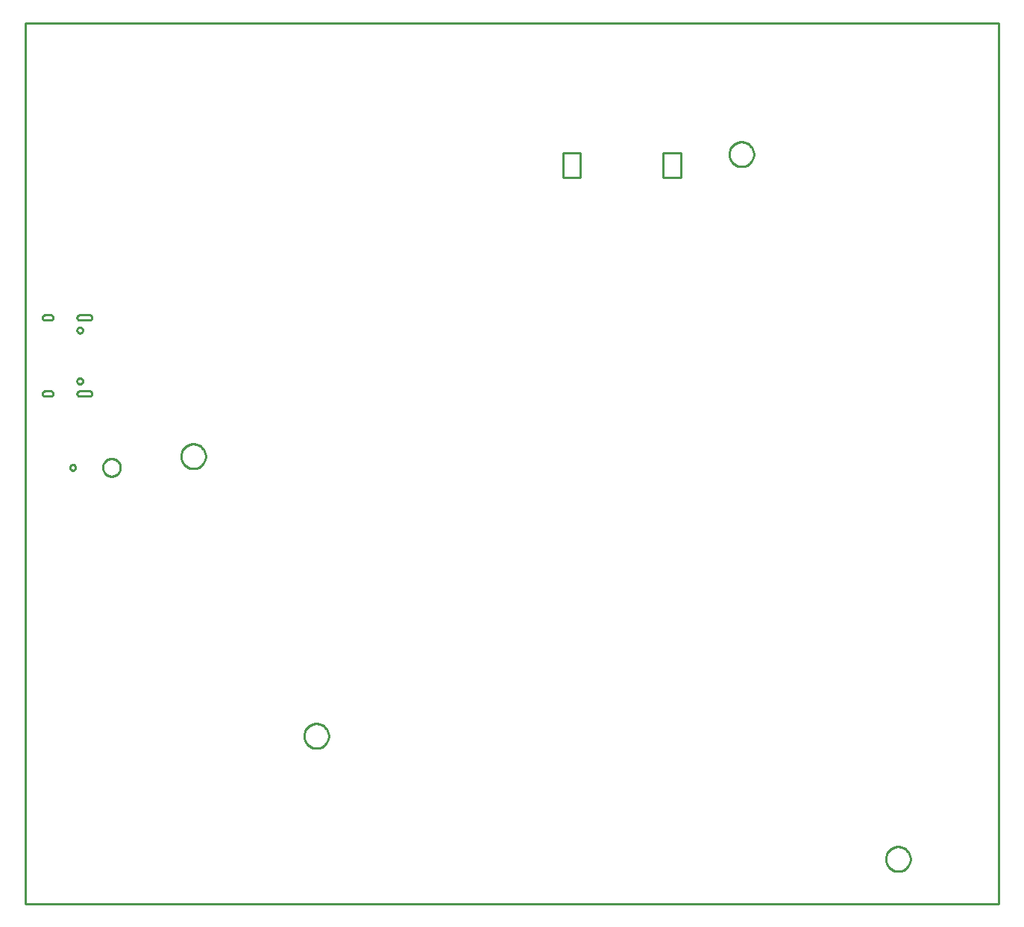
<source format=gbr>
G04 EAGLE Gerber RS-274X export*
G75*
%MOMM*%
%FSLAX34Y34*%
%LPD*%
%IN*%
%IPPOS*%
%AMOC8*
5,1,8,0,0,1.08239X$1,22.5*%
G01*
%ADD10C,0.254000*%


D10*
X0Y0D02*
X1104700Y0D01*
X1104700Y1000000D01*
X0Y1000000D01*
X0Y0D01*
X723910Y824200D02*
X743910Y824200D01*
X743910Y852200D01*
X723910Y852200D01*
X723910Y824200D01*
X609910Y824200D02*
X629910Y824200D01*
X629910Y852200D01*
X609910Y852200D01*
X609910Y824200D01*
X61550Y576100D02*
X72550Y576100D01*
X72811Y576111D01*
X73071Y576146D01*
X73326Y576202D01*
X73576Y576281D01*
X73818Y576381D01*
X74050Y576502D01*
X74271Y576643D01*
X74478Y576802D01*
X74671Y576979D01*
X74848Y577172D01*
X75007Y577379D01*
X75148Y577600D01*
X75269Y577832D01*
X75369Y578074D01*
X75448Y578324D01*
X75504Y578579D01*
X75539Y578839D01*
X75550Y579100D01*
X75539Y579361D01*
X75504Y579621D01*
X75448Y579876D01*
X75369Y580126D01*
X75269Y580368D01*
X75148Y580600D01*
X75007Y580821D01*
X74848Y581028D01*
X74671Y581221D01*
X74478Y581398D01*
X74271Y581557D01*
X74050Y581698D01*
X73818Y581819D01*
X73576Y581919D01*
X73326Y581998D01*
X73071Y582054D01*
X72811Y582089D01*
X72550Y582100D01*
X61550Y582100D01*
X61289Y582089D01*
X61029Y582054D01*
X60774Y581998D01*
X60524Y581919D01*
X60282Y581819D01*
X60050Y581698D01*
X59829Y581557D01*
X59622Y581398D01*
X59429Y581221D01*
X59252Y581028D01*
X59093Y580821D01*
X58952Y580600D01*
X58831Y580368D01*
X58731Y580126D01*
X58652Y579876D01*
X58596Y579621D01*
X58561Y579361D01*
X58550Y579100D01*
X58561Y578839D01*
X58596Y578579D01*
X58652Y578324D01*
X58731Y578074D01*
X58831Y577832D01*
X58952Y577600D01*
X59093Y577379D01*
X59252Y577172D01*
X59429Y576979D01*
X59622Y576802D01*
X59829Y576643D01*
X60050Y576502D01*
X60282Y576381D01*
X60524Y576281D01*
X60774Y576202D01*
X61029Y576146D01*
X61289Y576111D01*
X61550Y576100D01*
X22200Y576100D02*
X28400Y576100D01*
X28661Y576111D01*
X28921Y576146D01*
X29176Y576202D01*
X29426Y576281D01*
X29668Y576381D01*
X29900Y576502D01*
X30121Y576643D01*
X30328Y576802D01*
X30521Y576979D01*
X30698Y577172D01*
X30857Y577379D01*
X30998Y577600D01*
X31119Y577832D01*
X31219Y578074D01*
X31298Y578324D01*
X31354Y578579D01*
X31389Y578839D01*
X31400Y579100D01*
X31389Y579361D01*
X31354Y579621D01*
X31298Y579876D01*
X31219Y580126D01*
X31119Y580368D01*
X30998Y580600D01*
X30857Y580821D01*
X30698Y581028D01*
X30521Y581221D01*
X30328Y581398D01*
X30121Y581557D01*
X29900Y581698D01*
X29668Y581819D01*
X29426Y581919D01*
X29176Y581998D01*
X28921Y582054D01*
X28661Y582089D01*
X28400Y582100D01*
X22200Y582100D01*
X21939Y582089D01*
X21679Y582054D01*
X21424Y581998D01*
X21174Y581919D01*
X20932Y581819D01*
X20700Y581698D01*
X20479Y581557D01*
X20272Y581398D01*
X20079Y581221D01*
X19902Y581028D01*
X19743Y580821D01*
X19602Y580600D01*
X19481Y580368D01*
X19381Y580126D01*
X19302Y579876D01*
X19246Y579621D01*
X19211Y579361D01*
X19200Y579100D01*
X19211Y578839D01*
X19246Y578579D01*
X19302Y578324D01*
X19381Y578074D01*
X19481Y577832D01*
X19602Y577600D01*
X19743Y577379D01*
X19902Y577172D01*
X20079Y576979D01*
X20272Y576802D01*
X20479Y576643D01*
X20700Y576502D01*
X20932Y576381D01*
X21174Y576281D01*
X21424Y576202D01*
X21679Y576146D01*
X21939Y576111D01*
X22200Y576100D01*
X22200Y662500D02*
X28400Y662500D01*
X28661Y662511D01*
X28921Y662546D01*
X29176Y662602D01*
X29426Y662681D01*
X29668Y662781D01*
X29900Y662902D01*
X30121Y663043D01*
X30328Y663202D01*
X30521Y663379D01*
X30698Y663572D01*
X30857Y663779D01*
X30998Y664000D01*
X31119Y664232D01*
X31219Y664474D01*
X31298Y664724D01*
X31354Y664979D01*
X31389Y665239D01*
X31400Y665500D01*
X31389Y665761D01*
X31354Y666021D01*
X31298Y666276D01*
X31219Y666526D01*
X31119Y666768D01*
X30998Y667000D01*
X30857Y667221D01*
X30698Y667428D01*
X30521Y667621D01*
X30328Y667798D01*
X30121Y667957D01*
X29900Y668098D01*
X29668Y668219D01*
X29426Y668319D01*
X29176Y668398D01*
X28921Y668454D01*
X28661Y668489D01*
X28400Y668500D01*
X22200Y668500D01*
X21939Y668489D01*
X21679Y668454D01*
X21424Y668398D01*
X21174Y668319D01*
X20932Y668219D01*
X20700Y668098D01*
X20479Y667957D01*
X20272Y667798D01*
X20079Y667621D01*
X19902Y667428D01*
X19743Y667221D01*
X19602Y667000D01*
X19481Y666768D01*
X19381Y666526D01*
X19302Y666276D01*
X19246Y666021D01*
X19211Y665761D01*
X19200Y665500D01*
X19211Y665239D01*
X19246Y664979D01*
X19302Y664724D01*
X19381Y664474D01*
X19481Y664232D01*
X19602Y664000D01*
X19743Y663779D01*
X19902Y663572D01*
X20079Y663379D01*
X20272Y663202D01*
X20479Y663043D01*
X20700Y662902D01*
X20932Y662781D01*
X21174Y662681D01*
X21424Y662602D01*
X21679Y662546D01*
X21939Y662511D01*
X22200Y662500D01*
X61550Y662500D02*
X72550Y662500D01*
X72811Y662511D01*
X73071Y662546D01*
X73326Y662602D01*
X73576Y662681D01*
X73818Y662781D01*
X74050Y662902D01*
X74271Y663043D01*
X74478Y663202D01*
X74671Y663379D01*
X74848Y663572D01*
X75007Y663779D01*
X75148Y664000D01*
X75269Y664232D01*
X75369Y664474D01*
X75448Y664724D01*
X75504Y664979D01*
X75539Y665239D01*
X75550Y665500D01*
X75539Y665761D01*
X75504Y666021D01*
X75448Y666276D01*
X75369Y666526D01*
X75269Y666768D01*
X75148Y667000D01*
X75007Y667221D01*
X74848Y667428D01*
X74671Y667621D01*
X74478Y667798D01*
X74271Y667957D01*
X74050Y668098D01*
X73818Y668219D01*
X73576Y668319D01*
X73326Y668398D01*
X73071Y668454D01*
X72811Y668489D01*
X72550Y668500D01*
X61550Y668500D01*
X61289Y668489D01*
X61029Y668454D01*
X60774Y668398D01*
X60524Y668319D01*
X60282Y668219D01*
X60050Y668098D01*
X59829Y667957D01*
X59622Y667798D01*
X59429Y667621D01*
X59252Y667428D01*
X59093Y667221D01*
X58952Y667000D01*
X58831Y666768D01*
X58731Y666526D01*
X58652Y666276D01*
X58596Y666021D01*
X58561Y665761D01*
X58550Y665500D01*
X58561Y665239D01*
X58596Y664979D01*
X58652Y664724D01*
X58731Y664474D01*
X58831Y664232D01*
X58952Y664000D01*
X59093Y663779D01*
X59252Y663572D01*
X59429Y663379D01*
X59622Y663202D01*
X59829Y663043D01*
X60050Y662902D01*
X60282Y662781D01*
X60524Y662681D01*
X60774Y662602D01*
X61029Y662546D01*
X61289Y662511D01*
X61550Y662500D01*
X61537Y647950D02*
X61115Y648006D01*
X60703Y648116D01*
X60309Y648279D01*
X59941Y648492D01*
X59603Y648751D01*
X59301Y649053D01*
X59042Y649391D01*
X58829Y649759D01*
X58666Y650153D01*
X58556Y650565D01*
X58500Y650987D01*
X58500Y651413D01*
X58556Y651835D01*
X58666Y652247D01*
X58829Y652641D01*
X59042Y653009D01*
X59301Y653347D01*
X59603Y653649D01*
X59941Y653908D01*
X60309Y654121D01*
X60703Y654284D01*
X61115Y654394D01*
X61537Y654450D01*
X61963Y654450D01*
X62385Y654394D01*
X62797Y654284D01*
X63191Y654121D01*
X63559Y653908D01*
X63897Y653649D01*
X64199Y653347D01*
X64458Y653009D01*
X64671Y652641D01*
X64834Y652247D01*
X64944Y651835D01*
X65000Y651413D01*
X65000Y650987D01*
X64944Y650565D01*
X64834Y650153D01*
X64671Y649759D01*
X64458Y649391D01*
X64199Y649053D01*
X63897Y648751D01*
X63559Y648492D01*
X63191Y648279D01*
X62797Y648116D01*
X62385Y648006D01*
X61963Y647950D01*
X61537Y647950D01*
X61537Y590150D02*
X61115Y590206D01*
X60703Y590316D01*
X60309Y590479D01*
X59941Y590692D01*
X59603Y590951D01*
X59301Y591253D01*
X59042Y591591D01*
X58829Y591959D01*
X58666Y592353D01*
X58556Y592765D01*
X58500Y593187D01*
X58500Y593613D01*
X58556Y594035D01*
X58666Y594447D01*
X58829Y594841D01*
X59042Y595209D01*
X59301Y595547D01*
X59603Y595849D01*
X59941Y596108D01*
X60309Y596321D01*
X60703Y596484D01*
X61115Y596594D01*
X61537Y596650D01*
X61963Y596650D01*
X62385Y596594D01*
X62797Y596484D01*
X63191Y596321D01*
X63559Y596108D01*
X63897Y595849D01*
X64199Y595547D01*
X64458Y595209D01*
X64671Y594841D01*
X64834Y594447D01*
X64944Y594035D01*
X65000Y593613D01*
X65000Y593187D01*
X64944Y592765D01*
X64834Y592353D01*
X64671Y591959D01*
X64458Y591591D01*
X64199Y591253D01*
X63897Y590951D01*
X63559Y590692D01*
X63191Y590479D01*
X62797Y590316D01*
X62385Y590206D01*
X61963Y590150D01*
X61537Y590150D01*
X53950Y498475D02*
X54443Y498397D01*
X54919Y498242D01*
X55364Y498016D01*
X55768Y497722D01*
X56122Y497368D01*
X56416Y496964D01*
X56642Y496519D01*
X56797Y496043D01*
X56875Y495550D01*
X56875Y495050D01*
X56797Y494557D01*
X56642Y494081D01*
X56416Y493636D01*
X56122Y493232D01*
X55768Y492878D01*
X55364Y492585D01*
X54919Y492358D01*
X54443Y492203D01*
X53950Y492125D01*
X53450Y492125D01*
X52957Y492203D01*
X52481Y492358D01*
X52036Y492585D01*
X51632Y492878D01*
X51278Y493232D01*
X50985Y493636D01*
X50758Y494081D01*
X50603Y494557D01*
X50525Y495050D01*
X50525Y495550D01*
X50603Y496043D01*
X50758Y496519D01*
X50985Y496964D01*
X51278Y497368D01*
X51632Y497722D01*
X52036Y498016D01*
X52481Y498242D01*
X52957Y498397D01*
X53450Y498475D01*
X53950Y498475D01*
X98137Y505300D02*
X99007Y505224D01*
X99866Y505072D01*
X100710Y504846D01*
X101530Y504548D01*
X102322Y504179D01*
X103078Y503742D01*
X103793Y503241D01*
X104462Y502680D01*
X105080Y502062D01*
X105641Y501393D01*
X106142Y500678D01*
X106579Y499922D01*
X106948Y499130D01*
X107246Y498310D01*
X107472Y497466D01*
X107624Y496607D01*
X107700Y495737D01*
X107700Y494863D01*
X107624Y493994D01*
X107472Y493134D01*
X107246Y492290D01*
X106948Y491470D01*
X106579Y490678D01*
X106142Y489922D01*
X105641Y489207D01*
X105080Y488538D01*
X104462Y487920D01*
X103793Y487359D01*
X103078Y486858D01*
X102322Y486421D01*
X101530Y486052D01*
X100710Y485754D01*
X99866Y485528D01*
X99007Y485376D01*
X98137Y485300D01*
X97263Y485300D01*
X96394Y485376D01*
X95534Y485528D01*
X94690Y485754D01*
X93870Y486052D01*
X93078Y486421D01*
X92322Y486858D01*
X91607Y487359D01*
X90938Y487920D01*
X90320Y488538D01*
X89759Y489207D01*
X89258Y489922D01*
X88821Y490678D01*
X88452Y491470D01*
X88154Y492290D01*
X87928Y493134D01*
X87776Y493994D01*
X87700Y494863D01*
X87700Y495737D01*
X87776Y496607D01*
X87928Y497466D01*
X88154Y498310D01*
X88452Y499130D01*
X88821Y499922D01*
X89258Y500678D01*
X89759Y501393D01*
X90320Y502062D01*
X90938Y502680D01*
X91607Y503241D01*
X92322Y503742D01*
X93078Y504179D01*
X93870Y504548D01*
X94690Y504846D01*
X95534Y505072D01*
X96394Y505224D01*
X97263Y505300D01*
X98137Y505300D01*
X1004600Y50300D02*
X1004529Y49303D01*
X1004386Y48313D01*
X1004174Y47336D01*
X1003892Y46376D01*
X1003543Y45439D01*
X1003127Y44529D01*
X1002648Y43652D01*
X1002107Y42810D01*
X1001508Y42010D01*
X1000853Y41254D01*
X1000146Y40547D01*
X999390Y39892D01*
X998590Y39293D01*
X997748Y38752D01*
X996871Y38273D01*
X995961Y37857D01*
X995024Y37508D01*
X994065Y37226D01*
X993087Y37014D01*
X992098Y36871D01*
X991100Y36800D01*
X990100Y36800D01*
X989103Y36871D01*
X988113Y37014D01*
X987136Y37226D01*
X986176Y37508D01*
X985239Y37857D01*
X984329Y38273D01*
X983452Y38752D01*
X982610Y39293D01*
X981810Y39892D01*
X981054Y40547D01*
X980347Y41254D01*
X979692Y42010D01*
X979093Y42810D01*
X978552Y43652D01*
X978073Y44529D01*
X977657Y45439D01*
X977308Y46376D01*
X977026Y47336D01*
X976814Y48313D01*
X976671Y49303D01*
X976600Y50300D01*
X976600Y51300D01*
X976671Y52298D01*
X976814Y53287D01*
X977026Y54265D01*
X977308Y55224D01*
X977657Y56161D01*
X978073Y57071D01*
X978552Y57948D01*
X979093Y58790D01*
X979692Y59590D01*
X980347Y60346D01*
X981054Y61053D01*
X981810Y61708D01*
X982610Y62307D01*
X983452Y62848D01*
X984329Y63327D01*
X985239Y63743D01*
X986176Y64092D01*
X987136Y64374D01*
X988113Y64586D01*
X989103Y64729D01*
X990100Y64800D01*
X991100Y64800D01*
X992098Y64729D01*
X993087Y64586D01*
X994065Y64374D01*
X995024Y64092D01*
X995961Y63743D01*
X996871Y63327D01*
X997748Y62848D01*
X998590Y62307D01*
X999390Y61708D01*
X1000146Y61053D01*
X1000853Y60346D01*
X1001508Y59590D01*
X1002107Y58790D01*
X1002648Y57948D01*
X1003127Y57071D01*
X1003543Y56161D01*
X1003892Y55224D01*
X1004174Y54265D01*
X1004386Y53287D01*
X1004529Y52298D01*
X1004600Y51300D01*
X1004600Y50300D01*
X826800Y850400D02*
X826729Y849403D01*
X826586Y848413D01*
X826374Y847436D01*
X826092Y846476D01*
X825743Y845539D01*
X825327Y844629D01*
X824848Y843752D01*
X824307Y842910D01*
X823708Y842110D01*
X823053Y841354D01*
X822346Y840647D01*
X821590Y839992D01*
X820790Y839393D01*
X819948Y838852D01*
X819071Y838373D01*
X818161Y837957D01*
X817224Y837608D01*
X816265Y837326D01*
X815287Y837114D01*
X814298Y836971D01*
X813300Y836900D01*
X812300Y836900D01*
X811303Y836971D01*
X810313Y837114D01*
X809336Y837326D01*
X808376Y837608D01*
X807439Y837957D01*
X806529Y838373D01*
X805652Y838852D01*
X804810Y839393D01*
X804010Y839992D01*
X803254Y840647D01*
X802547Y841354D01*
X801892Y842110D01*
X801293Y842910D01*
X800752Y843752D01*
X800273Y844629D01*
X799857Y845539D01*
X799508Y846476D01*
X799226Y847436D01*
X799014Y848413D01*
X798871Y849403D01*
X798800Y850400D01*
X798800Y851400D01*
X798871Y852398D01*
X799014Y853387D01*
X799226Y854365D01*
X799508Y855324D01*
X799857Y856261D01*
X800273Y857171D01*
X800752Y858048D01*
X801293Y858890D01*
X801892Y859690D01*
X802547Y860446D01*
X803254Y861153D01*
X804010Y861808D01*
X804810Y862407D01*
X805652Y862948D01*
X806529Y863427D01*
X807439Y863843D01*
X808376Y864192D01*
X809336Y864474D01*
X810313Y864686D01*
X811303Y864829D01*
X812300Y864900D01*
X813300Y864900D01*
X814298Y864829D01*
X815287Y864686D01*
X816265Y864474D01*
X817224Y864192D01*
X818161Y863843D01*
X819071Y863427D01*
X819948Y862948D01*
X820790Y862407D01*
X821590Y861808D01*
X822346Y861153D01*
X823053Y860446D01*
X823708Y859690D01*
X824307Y858890D01*
X824848Y858048D01*
X825327Y857171D01*
X825743Y856261D01*
X826092Y855324D01*
X826374Y854365D01*
X826586Y853387D01*
X826729Y852398D01*
X826800Y851400D01*
X826800Y850400D01*
X344200Y190000D02*
X344129Y189003D01*
X343986Y188013D01*
X343774Y187036D01*
X343492Y186076D01*
X343143Y185139D01*
X342727Y184229D01*
X342248Y183352D01*
X341707Y182510D01*
X341108Y181710D01*
X340453Y180954D01*
X339746Y180247D01*
X338990Y179592D01*
X338190Y178993D01*
X337348Y178452D01*
X336471Y177973D01*
X335561Y177557D01*
X334624Y177208D01*
X333665Y176926D01*
X332687Y176714D01*
X331698Y176571D01*
X330700Y176500D01*
X329700Y176500D01*
X328703Y176571D01*
X327713Y176714D01*
X326736Y176926D01*
X325776Y177208D01*
X324839Y177557D01*
X323929Y177973D01*
X323052Y178452D01*
X322210Y178993D01*
X321410Y179592D01*
X320654Y180247D01*
X319947Y180954D01*
X319292Y181710D01*
X318693Y182510D01*
X318152Y183352D01*
X317673Y184229D01*
X317257Y185139D01*
X316908Y186076D01*
X316626Y187036D01*
X316414Y188013D01*
X316271Y189003D01*
X316200Y190000D01*
X316200Y191000D01*
X316271Y191998D01*
X316414Y192987D01*
X316626Y193965D01*
X316908Y194924D01*
X317257Y195861D01*
X317673Y196771D01*
X318152Y197648D01*
X318693Y198490D01*
X319292Y199290D01*
X319947Y200046D01*
X320654Y200753D01*
X321410Y201408D01*
X322210Y202007D01*
X323052Y202548D01*
X323929Y203027D01*
X324839Y203443D01*
X325776Y203792D01*
X326736Y204074D01*
X327713Y204286D01*
X328703Y204429D01*
X329700Y204500D01*
X330700Y204500D01*
X331698Y204429D01*
X332687Y204286D01*
X333665Y204074D01*
X334624Y203792D01*
X335561Y203443D01*
X336471Y203027D01*
X337348Y202548D01*
X338190Y202007D01*
X338990Y201408D01*
X339746Y200753D01*
X340453Y200046D01*
X341108Y199290D01*
X341707Y198490D01*
X342248Y197648D01*
X342727Y196771D01*
X343143Y195861D01*
X343492Y194924D01*
X343774Y193965D01*
X343986Y192987D01*
X344129Y191998D01*
X344200Y191000D01*
X344200Y190000D01*
X204500Y507500D02*
X204429Y506503D01*
X204286Y505513D01*
X204074Y504536D01*
X203792Y503576D01*
X203443Y502639D01*
X203027Y501729D01*
X202548Y500852D01*
X202007Y500010D01*
X201408Y499210D01*
X200753Y498454D01*
X200046Y497747D01*
X199290Y497092D01*
X198490Y496493D01*
X197648Y495952D01*
X196771Y495473D01*
X195861Y495057D01*
X194924Y494708D01*
X193965Y494426D01*
X192987Y494214D01*
X191998Y494071D01*
X191000Y494000D01*
X190000Y494000D01*
X189003Y494071D01*
X188013Y494214D01*
X187036Y494426D01*
X186076Y494708D01*
X185139Y495057D01*
X184229Y495473D01*
X183352Y495952D01*
X182510Y496493D01*
X181710Y497092D01*
X180954Y497747D01*
X180247Y498454D01*
X179592Y499210D01*
X178993Y500010D01*
X178452Y500852D01*
X177973Y501729D01*
X177557Y502639D01*
X177208Y503576D01*
X176926Y504536D01*
X176714Y505513D01*
X176571Y506503D01*
X176500Y507500D01*
X176500Y508500D01*
X176571Y509498D01*
X176714Y510487D01*
X176926Y511465D01*
X177208Y512424D01*
X177557Y513361D01*
X177973Y514271D01*
X178452Y515148D01*
X178993Y515990D01*
X179592Y516790D01*
X180247Y517546D01*
X180954Y518253D01*
X181710Y518908D01*
X182510Y519507D01*
X183352Y520048D01*
X184229Y520527D01*
X185139Y520943D01*
X186076Y521292D01*
X187036Y521574D01*
X188013Y521786D01*
X189003Y521929D01*
X190000Y522000D01*
X191000Y522000D01*
X191998Y521929D01*
X192987Y521786D01*
X193965Y521574D01*
X194924Y521292D01*
X195861Y520943D01*
X196771Y520527D01*
X197648Y520048D01*
X198490Y519507D01*
X199290Y518908D01*
X200046Y518253D01*
X200753Y517546D01*
X201408Y516790D01*
X202007Y515990D01*
X202548Y515148D01*
X203027Y514271D01*
X203443Y513361D01*
X203792Y512424D01*
X204074Y511465D01*
X204286Y510487D01*
X204429Y509498D01*
X204500Y508500D01*
X204500Y507500D01*
M02*

</source>
